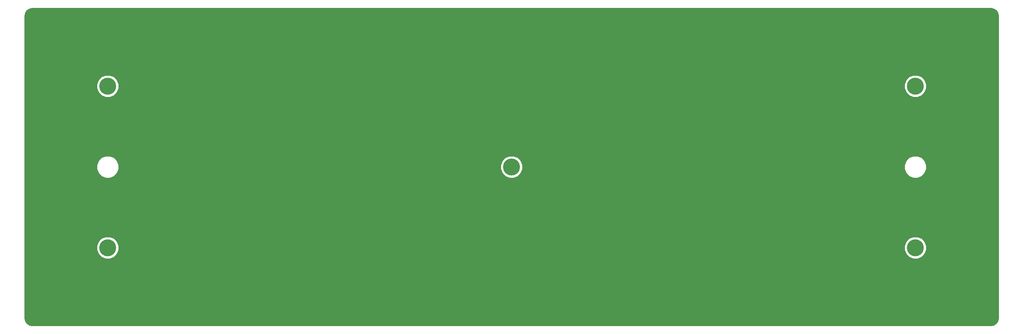
<source format=gbl>
%TF.GenerationSoftware,KiCad,Pcbnew,4.0.7*%
%TF.CreationDate,2018-01-16T00:43:50-08:00*%
%TF.ProjectId,DanckBottomPlate,44616E636B426F74746F6D506C617465,rev?*%
%TF.FileFunction,Copper,L2,Bot,Signal*%
%FSLAX46Y46*%
G04 Gerber Fmt 4.6, Leading zero omitted, Abs format (unit mm)*
G04 Created by KiCad (PCBNEW 4.0.7) date 01/16/18 00:43:50*
%MOMM*%
%LPD*%
G01*
G04 APERTURE LIST*
%ADD10C,0.100000*%
%ADD11C,4.000000*%
%ADD12C,1.000000*%
%ADD13C,0.254000*%
G04 APERTURE END LIST*
D10*
D11*
X153987500Y-85725000D03*
X58737500Y-66675000D03*
X58737500Y-104775000D03*
X249237500Y-66675000D03*
X249237500Y-104775000D03*
D12*
X42068750Y-50006250D03*
D13*
G36*
X267731113Y-48475068D02*
X268268792Y-48834334D01*
X268628057Y-49372012D01*
X268768125Y-50076176D01*
X268768125Y-121373824D01*
X268628057Y-122077988D01*
X268268792Y-122615666D01*
X267731113Y-122974932D01*
X267026944Y-123115000D01*
X40948051Y-123115000D01*
X40243887Y-122974932D01*
X39706209Y-122615667D01*
X39346943Y-122077988D01*
X39206875Y-121373819D01*
X39206875Y-105296834D01*
X56102043Y-105296834D01*
X56502353Y-106265658D01*
X57242943Y-107007542D01*
X58211067Y-107409542D01*
X59259334Y-107410457D01*
X60228158Y-107010147D01*
X60970042Y-106269557D01*
X61372042Y-105301433D01*
X61372046Y-105296834D01*
X246602043Y-105296834D01*
X247002353Y-106265658D01*
X247742943Y-107007542D01*
X248711067Y-107409542D01*
X249759334Y-107410457D01*
X250728158Y-107010147D01*
X251470042Y-106269557D01*
X251872042Y-105301433D01*
X251872957Y-104253166D01*
X251472647Y-103284342D01*
X250732057Y-102542458D01*
X249763933Y-102140458D01*
X248715666Y-102139543D01*
X247746842Y-102539853D01*
X247004958Y-103280443D01*
X246602958Y-104248567D01*
X246602043Y-105296834D01*
X61372046Y-105296834D01*
X61372957Y-104253166D01*
X60972647Y-103284342D01*
X60232057Y-102542458D01*
X59263933Y-102140458D01*
X58215666Y-102139543D01*
X57246842Y-102539853D01*
X56504958Y-103280443D01*
X56102958Y-104248567D01*
X56102043Y-105296834D01*
X39206875Y-105296834D01*
X39206875Y-86246834D01*
X56102043Y-86246834D01*
X56502353Y-87215658D01*
X57242943Y-87957542D01*
X58211067Y-88359542D01*
X59259334Y-88360457D01*
X60228158Y-87960147D01*
X60970042Y-87219557D01*
X61372042Y-86251433D01*
X61372046Y-86246834D01*
X151352043Y-86246834D01*
X151752353Y-87215658D01*
X152492943Y-87957542D01*
X153461067Y-88359542D01*
X154509334Y-88360457D01*
X155478158Y-87960147D01*
X156220042Y-87219557D01*
X156622042Y-86251433D01*
X156622046Y-86246834D01*
X246602043Y-86246834D01*
X247002353Y-87215658D01*
X247742943Y-87957542D01*
X248711067Y-88359542D01*
X249759334Y-88360457D01*
X250728158Y-87960147D01*
X251470042Y-87219557D01*
X251872042Y-86251433D01*
X251872957Y-85203166D01*
X251472647Y-84234342D01*
X250732057Y-83492458D01*
X249763933Y-83090458D01*
X248715666Y-83089543D01*
X247746842Y-83489853D01*
X247004958Y-84230443D01*
X246602958Y-85198567D01*
X246602043Y-86246834D01*
X156622046Y-86246834D01*
X156622957Y-85203166D01*
X156222647Y-84234342D01*
X155482057Y-83492458D01*
X154513933Y-83090458D01*
X153465666Y-83089543D01*
X152496842Y-83489853D01*
X151754958Y-84230443D01*
X151352958Y-85198567D01*
X151352043Y-86246834D01*
X61372046Y-86246834D01*
X61372957Y-85203166D01*
X60972647Y-84234342D01*
X60232057Y-83492458D01*
X59263933Y-83090458D01*
X58215666Y-83089543D01*
X57246842Y-83489853D01*
X56504958Y-84230443D01*
X56102958Y-85198567D01*
X56102043Y-86246834D01*
X39206875Y-86246834D01*
X39206875Y-67196834D01*
X56102043Y-67196834D01*
X56502353Y-68165658D01*
X57242943Y-68907542D01*
X58211067Y-69309542D01*
X59259334Y-69310457D01*
X60228158Y-68910147D01*
X60970042Y-68169557D01*
X61372042Y-67201433D01*
X61372046Y-67196834D01*
X246602043Y-67196834D01*
X247002353Y-68165658D01*
X247742943Y-68907542D01*
X248711067Y-69309542D01*
X249759334Y-69310457D01*
X250728158Y-68910147D01*
X251470042Y-68169557D01*
X251872042Y-67201433D01*
X251872957Y-66153166D01*
X251472647Y-65184342D01*
X250732057Y-64442458D01*
X249763933Y-64040458D01*
X248715666Y-64039543D01*
X247746842Y-64439853D01*
X247004958Y-65180443D01*
X246602958Y-66148567D01*
X246602043Y-67196834D01*
X61372046Y-67196834D01*
X61372957Y-66153166D01*
X60972647Y-65184342D01*
X60232057Y-64442458D01*
X59263933Y-64040458D01*
X58215666Y-64039543D01*
X57246842Y-64439853D01*
X56504958Y-65180443D01*
X56102958Y-66148567D01*
X56102043Y-67196834D01*
X39206875Y-67196834D01*
X39206875Y-50076181D01*
X39346943Y-49372012D01*
X39706209Y-48834333D01*
X40243887Y-48475068D01*
X40948051Y-48335000D01*
X267026944Y-48335000D01*
X267731113Y-48475068D01*
X267731113Y-48475068D01*
G37*
X267731113Y-48475068D02*
X268268792Y-48834334D01*
X268628057Y-49372012D01*
X268768125Y-50076176D01*
X268768125Y-121373824D01*
X268628057Y-122077988D01*
X268268792Y-122615666D01*
X267731113Y-122974932D01*
X267026944Y-123115000D01*
X40948051Y-123115000D01*
X40243887Y-122974932D01*
X39706209Y-122615667D01*
X39346943Y-122077988D01*
X39206875Y-121373819D01*
X39206875Y-105296834D01*
X56102043Y-105296834D01*
X56502353Y-106265658D01*
X57242943Y-107007542D01*
X58211067Y-107409542D01*
X59259334Y-107410457D01*
X60228158Y-107010147D01*
X60970042Y-106269557D01*
X61372042Y-105301433D01*
X61372046Y-105296834D01*
X246602043Y-105296834D01*
X247002353Y-106265658D01*
X247742943Y-107007542D01*
X248711067Y-107409542D01*
X249759334Y-107410457D01*
X250728158Y-107010147D01*
X251470042Y-106269557D01*
X251872042Y-105301433D01*
X251872957Y-104253166D01*
X251472647Y-103284342D01*
X250732057Y-102542458D01*
X249763933Y-102140458D01*
X248715666Y-102139543D01*
X247746842Y-102539853D01*
X247004958Y-103280443D01*
X246602958Y-104248567D01*
X246602043Y-105296834D01*
X61372046Y-105296834D01*
X61372957Y-104253166D01*
X60972647Y-103284342D01*
X60232057Y-102542458D01*
X59263933Y-102140458D01*
X58215666Y-102139543D01*
X57246842Y-102539853D01*
X56504958Y-103280443D01*
X56102958Y-104248567D01*
X56102043Y-105296834D01*
X39206875Y-105296834D01*
X39206875Y-86246834D01*
X56102043Y-86246834D01*
X56502353Y-87215658D01*
X57242943Y-87957542D01*
X58211067Y-88359542D01*
X59259334Y-88360457D01*
X60228158Y-87960147D01*
X60970042Y-87219557D01*
X61372042Y-86251433D01*
X61372046Y-86246834D01*
X151352043Y-86246834D01*
X151752353Y-87215658D01*
X152492943Y-87957542D01*
X153461067Y-88359542D01*
X154509334Y-88360457D01*
X155478158Y-87960147D01*
X156220042Y-87219557D01*
X156622042Y-86251433D01*
X156622046Y-86246834D01*
X246602043Y-86246834D01*
X247002353Y-87215658D01*
X247742943Y-87957542D01*
X248711067Y-88359542D01*
X249759334Y-88360457D01*
X250728158Y-87960147D01*
X251470042Y-87219557D01*
X251872042Y-86251433D01*
X251872957Y-85203166D01*
X251472647Y-84234342D01*
X250732057Y-83492458D01*
X249763933Y-83090458D01*
X248715666Y-83089543D01*
X247746842Y-83489853D01*
X247004958Y-84230443D01*
X246602958Y-85198567D01*
X246602043Y-86246834D01*
X156622046Y-86246834D01*
X156622957Y-85203166D01*
X156222647Y-84234342D01*
X155482057Y-83492458D01*
X154513933Y-83090458D01*
X153465666Y-83089543D01*
X152496842Y-83489853D01*
X151754958Y-84230443D01*
X151352958Y-85198567D01*
X151352043Y-86246834D01*
X61372046Y-86246834D01*
X61372957Y-85203166D01*
X60972647Y-84234342D01*
X60232057Y-83492458D01*
X59263933Y-83090458D01*
X58215666Y-83089543D01*
X57246842Y-83489853D01*
X56504958Y-84230443D01*
X56102958Y-85198567D01*
X56102043Y-86246834D01*
X39206875Y-86246834D01*
X39206875Y-67196834D01*
X56102043Y-67196834D01*
X56502353Y-68165658D01*
X57242943Y-68907542D01*
X58211067Y-69309542D01*
X59259334Y-69310457D01*
X60228158Y-68910147D01*
X60970042Y-68169557D01*
X61372042Y-67201433D01*
X61372046Y-67196834D01*
X246602043Y-67196834D01*
X247002353Y-68165658D01*
X247742943Y-68907542D01*
X248711067Y-69309542D01*
X249759334Y-69310457D01*
X250728158Y-68910147D01*
X251470042Y-68169557D01*
X251872042Y-67201433D01*
X251872957Y-66153166D01*
X251472647Y-65184342D01*
X250732057Y-64442458D01*
X249763933Y-64040458D01*
X248715666Y-64039543D01*
X247746842Y-64439853D01*
X247004958Y-65180443D01*
X246602958Y-66148567D01*
X246602043Y-67196834D01*
X61372046Y-67196834D01*
X61372957Y-66153166D01*
X60972647Y-65184342D01*
X60232057Y-64442458D01*
X59263933Y-64040458D01*
X58215666Y-64039543D01*
X57246842Y-64439853D01*
X56504958Y-65180443D01*
X56102958Y-66148567D01*
X56102043Y-67196834D01*
X39206875Y-67196834D01*
X39206875Y-50076181D01*
X39346943Y-49372012D01*
X39706209Y-48834333D01*
X40243887Y-48475068D01*
X40948051Y-48335000D01*
X267026944Y-48335000D01*
X267731113Y-48475068D01*
M02*

</source>
